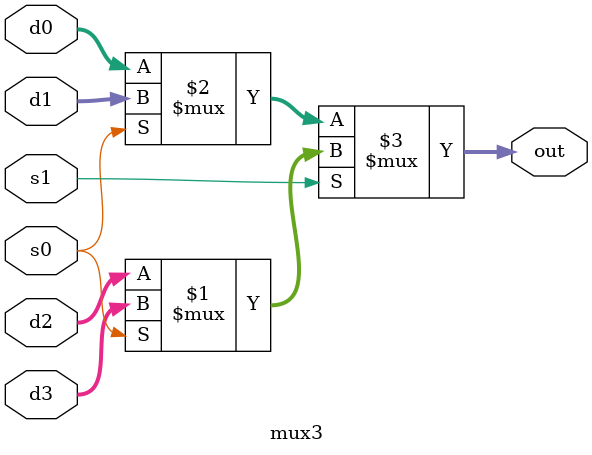
<source format=sv>
`timescale 1ns / 1ps


module mux3(
    input logic [15:0] d0, //ALU_out
    input logic [15:0] d1, //D_R_data
    input logic [15:0] d2, //RF_W_data
    input logic [15:0] d3, //Input
    input logic s1, //RF_s1
    input logic s0, //RF_s0
    output logic [15:0] out //W_data_in
    );
    
    assign out = s1 ? (s0 ? d3 : d2) : (s0 ? d1 : d0);
    
endmodule

</source>
